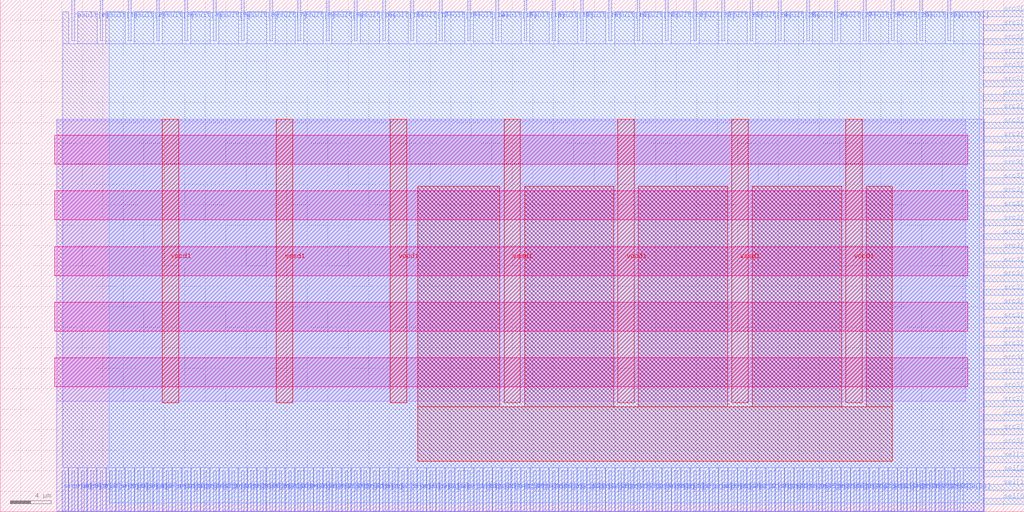
<source format=lef>
VERSION 5.7 ;
  NOWIREEXTENSIONATPIN ON ;
  DIVIDERCHAR "/" ;
  BUSBITCHARS "[]" ;
MACRO SEL_32x4
  CLASS BLOCK ;
  FOREIGN SEL_32x4 ;
  ORIGIN 0.000 0.000 ;
  SIZE 100.000 BY 50.000 ;
  PIN result[0]
    DIRECTION OUTPUT TRISTATE ;
    USE SIGNAL ;
    PORT
      LAYER met2 ;
        RECT 6.990 46.000 7.270 50.000 ;
    END
  END result[0]
  PIN result[10]
    DIRECTION OUTPUT TRISTATE ;
    USE SIGNAL ;
    PORT
      LAYER met2 ;
        RECT 34.590 46.000 34.870 50.000 ;
    END
  END result[10]
  PIN result[11]
    DIRECTION OUTPUT TRISTATE ;
    USE SIGNAL ;
    PORT
      LAYER met2 ;
        RECT 37.350 46.000 37.630 50.000 ;
    END
  END result[11]
  PIN result[12]
    DIRECTION OUTPUT TRISTATE ;
    USE SIGNAL ;
    PORT
      LAYER met2 ;
        RECT 40.110 46.000 40.390 50.000 ;
    END
  END result[12]
  PIN result[13]
    DIRECTION OUTPUT TRISTATE ;
    USE SIGNAL ;
    PORT
      LAYER met2 ;
        RECT 42.870 46.000 43.150 50.000 ;
    END
  END result[13]
  PIN result[14]
    DIRECTION OUTPUT TRISTATE ;
    USE SIGNAL ;
    PORT
      LAYER met2 ;
        RECT 45.630 46.000 45.910 50.000 ;
    END
  END result[14]
  PIN result[15]
    DIRECTION OUTPUT TRISTATE ;
    USE SIGNAL ;
    PORT
      LAYER met2 ;
        RECT 48.390 46.000 48.670 50.000 ;
    END
  END result[15]
  PIN result[16]
    DIRECTION OUTPUT TRISTATE ;
    USE SIGNAL ;
    PORT
      LAYER met2 ;
        RECT 51.150 46.000 51.430 50.000 ;
    END
  END result[16]
  PIN result[17]
    DIRECTION OUTPUT TRISTATE ;
    USE SIGNAL ;
    PORT
      LAYER met2 ;
        RECT 53.910 46.000 54.190 50.000 ;
    END
  END result[17]
  PIN result[18]
    DIRECTION OUTPUT TRISTATE ;
    USE SIGNAL ;
    PORT
      LAYER met2 ;
        RECT 56.670 46.000 56.950 50.000 ;
    END
  END result[18]
  PIN result[19]
    DIRECTION OUTPUT TRISTATE ;
    USE SIGNAL ;
    PORT
      LAYER met2 ;
        RECT 59.430 46.000 59.710 50.000 ;
    END
  END result[19]
  PIN result[1]
    DIRECTION OUTPUT TRISTATE ;
    USE SIGNAL ;
    PORT
      LAYER met2 ;
        RECT 9.750 46.000 10.030 50.000 ;
    END
  END result[1]
  PIN result[20]
    DIRECTION OUTPUT TRISTATE ;
    USE SIGNAL ;
    PORT
      LAYER met2 ;
        RECT 62.190 46.000 62.470 50.000 ;
    END
  END result[20]
  PIN result[21]
    DIRECTION OUTPUT TRISTATE ;
    USE SIGNAL ;
    PORT
      LAYER met2 ;
        RECT 64.950 46.000 65.230 50.000 ;
    END
  END result[21]
  PIN result[22]
    DIRECTION OUTPUT TRISTATE ;
    USE SIGNAL ;
    PORT
      LAYER met2 ;
        RECT 67.710 46.000 67.990 50.000 ;
    END
  END result[22]
  PIN result[23]
    DIRECTION OUTPUT TRISTATE ;
    USE SIGNAL ;
    PORT
      LAYER met2 ;
        RECT 70.470 46.000 70.750 50.000 ;
    END
  END result[23]
  PIN result[24]
    DIRECTION OUTPUT TRISTATE ;
    USE SIGNAL ;
    PORT
      LAYER met2 ;
        RECT 73.230 46.000 73.510 50.000 ;
    END
  END result[24]
  PIN result[25]
    DIRECTION OUTPUT TRISTATE ;
    USE SIGNAL ;
    PORT
      LAYER met2 ;
        RECT 75.990 46.000 76.270 50.000 ;
    END
  END result[25]
  PIN result[26]
    DIRECTION OUTPUT TRISTATE ;
    USE SIGNAL ;
    PORT
      LAYER met2 ;
        RECT 78.750 46.000 79.030 50.000 ;
    END
  END result[26]
  PIN result[27]
    DIRECTION OUTPUT TRISTATE ;
    USE SIGNAL ;
    PORT
      LAYER met2 ;
        RECT 81.510 46.000 81.790 50.000 ;
    END
  END result[27]
  PIN result[28]
    DIRECTION OUTPUT TRISTATE ;
    USE SIGNAL ;
    PORT
      LAYER met2 ;
        RECT 84.270 46.000 84.550 50.000 ;
    END
  END result[28]
  PIN result[29]
    DIRECTION OUTPUT TRISTATE ;
    USE SIGNAL ;
    PORT
      LAYER met2 ;
        RECT 87.030 46.000 87.310 50.000 ;
    END
  END result[29]
  PIN result[2]
    DIRECTION OUTPUT TRISTATE ;
    USE SIGNAL ;
    PORT
      LAYER met2 ;
        RECT 12.510 46.000 12.790 50.000 ;
    END
  END result[2]
  PIN result[30]
    DIRECTION OUTPUT TRISTATE ;
    USE SIGNAL ;
    PORT
      LAYER met2 ;
        RECT 89.790 46.000 90.070 50.000 ;
    END
  END result[30]
  PIN result[31]
    DIRECTION OUTPUT TRISTATE ;
    USE SIGNAL ;
    PORT
      LAYER met2 ;
        RECT 92.550 46.000 92.830 50.000 ;
    END
  END result[31]
  PIN result[3]
    DIRECTION OUTPUT TRISTATE ;
    USE SIGNAL ;
    PORT
      LAYER met2 ;
        RECT 15.270 46.000 15.550 50.000 ;
    END
  END result[3]
  PIN result[4]
    DIRECTION OUTPUT TRISTATE ;
    USE SIGNAL ;
    PORT
      LAYER met2 ;
        RECT 18.030 46.000 18.310 50.000 ;
    END
  END result[4]
  PIN result[5]
    DIRECTION OUTPUT TRISTATE ;
    USE SIGNAL ;
    PORT
      LAYER met2 ;
        RECT 20.790 46.000 21.070 50.000 ;
    END
  END result[5]
  PIN result[6]
    DIRECTION OUTPUT TRISTATE ;
    USE SIGNAL ;
    PORT
      LAYER met2 ;
        RECT 23.550 46.000 23.830 50.000 ;
    END
  END result[6]
  PIN result[7]
    DIRECTION OUTPUT TRISTATE ;
    USE SIGNAL ;
    PORT
      LAYER met2 ;
        RECT 26.310 46.000 26.590 50.000 ;
    END
  END result[7]
  PIN result[8]
    DIRECTION OUTPUT TRISTATE ;
    USE SIGNAL ;
    PORT
      LAYER met2 ;
        RECT 29.070 46.000 29.350 50.000 ;
    END
  END result[8]
  PIN result[9]
    DIRECTION OUTPUT TRISTATE ;
    USE SIGNAL ;
    PORT
      LAYER met2 ;
        RECT 31.830 46.000 32.110 50.000 ;
    END
  END result[9]
  PIN sel[0]
    DIRECTION INPUT ;
    USE SIGNAL ;
    PORT
      LAYER met3 ;
        RECT 96.000 0.720 100.000 1.320 ;
    END
  END sel[0]
  PIN sel[1]
    DIRECTION INPUT ;
    USE SIGNAL ;
    PORT
      LAYER met3 ;
        RECT 96.000 2.080 100.000 2.680 ;
    END
  END sel[1]
  PIN sel[2]
    DIRECTION INPUT ;
    USE SIGNAL ;
    PORT
      LAYER met3 ;
        RECT 96.000 3.440 100.000 4.040 ;
    END
  END sel[2]
  PIN sel[3]
    DIRECTION INPUT ;
    USE SIGNAL ;
    PORT
      LAYER met3 ;
        RECT 96.000 4.800 100.000 5.400 ;
    END
  END sel[3]
  PIN src0[0]
    DIRECTION INPUT ;
    USE SIGNAL ;
    PORT
      LAYER met2 ;
        RECT 6.070 0.000 6.350 4.000 ;
    END
  END src0[0]
  PIN src0[10]
    DIRECTION INPUT ;
    USE SIGNAL ;
    PORT
      LAYER met2 ;
        RECT 15.270 0.000 15.550 4.000 ;
    END
  END src0[10]
  PIN src0[11]
    DIRECTION INPUT ;
    USE SIGNAL ;
    PORT
      LAYER met2 ;
        RECT 16.190 0.000 16.470 4.000 ;
    END
  END src0[11]
  PIN src0[12]
    DIRECTION INPUT ;
    USE SIGNAL ;
    PORT
      LAYER met2 ;
        RECT 17.110 0.000 17.390 4.000 ;
    END
  END src0[12]
  PIN src0[13]
    DIRECTION INPUT ;
    USE SIGNAL ;
    PORT
      LAYER met2 ;
        RECT 18.030 0.000 18.310 4.000 ;
    END
  END src0[13]
  PIN src0[14]
    DIRECTION INPUT ;
    USE SIGNAL ;
    PORT
      LAYER met2 ;
        RECT 18.950 0.000 19.230 4.000 ;
    END
  END src0[14]
  PIN src0[15]
    DIRECTION INPUT ;
    USE SIGNAL ;
    PORT
      LAYER met2 ;
        RECT 19.870 0.000 20.150 4.000 ;
    END
  END src0[15]
  PIN src0[16]
    DIRECTION INPUT ;
    USE SIGNAL ;
    PORT
      LAYER met2 ;
        RECT 20.790 0.000 21.070 4.000 ;
    END
  END src0[16]
  PIN src0[17]
    DIRECTION INPUT ;
    USE SIGNAL ;
    PORT
      LAYER met2 ;
        RECT 21.710 0.000 21.990 4.000 ;
    END
  END src0[17]
  PIN src0[18]
    DIRECTION INPUT ;
    USE SIGNAL ;
    PORT
      LAYER met2 ;
        RECT 22.630 0.000 22.910 4.000 ;
    END
  END src0[18]
  PIN src0[19]
    DIRECTION INPUT ;
    USE SIGNAL ;
    PORT
      LAYER met2 ;
        RECT 23.550 0.000 23.830 4.000 ;
    END
  END src0[19]
  PIN src0[1]
    DIRECTION INPUT ;
    USE SIGNAL ;
    PORT
      LAYER met2 ;
        RECT 6.990 0.000 7.270 4.000 ;
    END
  END src0[1]
  PIN src0[20]
    DIRECTION INPUT ;
    USE SIGNAL ;
    PORT
      LAYER met2 ;
        RECT 24.470 0.000 24.750 4.000 ;
    END
  END src0[20]
  PIN src0[21]
    DIRECTION INPUT ;
    USE SIGNAL ;
    PORT
      LAYER met2 ;
        RECT 25.390 0.000 25.670 4.000 ;
    END
  END src0[21]
  PIN src0[22]
    DIRECTION INPUT ;
    USE SIGNAL ;
    PORT
      LAYER met2 ;
        RECT 26.310 0.000 26.590 4.000 ;
    END
  END src0[22]
  PIN src0[23]
    DIRECTION INPUT ;
    USE SIGNAL ;
    PORT
      LAYER met2 ;
        RECT 27.230 0.000 27.510 4.000 ;
    END
  END src0[23]
  PIN src0[24]
    DIRECTION INPUT ;
    USE SIGNAL ;
    PORT
      LAYER met2 ;
        RECT 28.150 0.000 28.430 4.000 ;
    END
  END src0[24]
  PIN src0[25]
    DIRECTION INPUT ;
    USE SIGNAL ;
    PORT
      LAYER met2 ;
        RECT 29.070 0.000 29.350 4.000 ;
    END
  END src0[25]
  PIN src0[26]
    DIRECTION INPUT ;
    USE SIGNAL ;
    PORT
      LAYER met2 ;
        RECT 29.990 0.000 30.270 4.000 ;
    END
  END src0[26]
  PIN src0[27]
    DIRECTION INPUT ;
    USE SIGNAL ;
    PORT
      LAYER met2 ;
        RECT 30.910 0.000 31.190 4.000 ;
    END
  END src0[27]
  PIN src0[28]
    DIRECTION INPUT ;
    USE SIGNAL ;
    PORT
      LAYER met2 ;
        RECT 31.830 0.000 32.110 4.000 ;
    END
  END src0[28]
  PIN src0[29]
    DIRECTION INPUT ;
    USE SIGNAL ;
    PORT
      LAYER met2 ;
        RECT 32.750 0.000 33.030 4.000 ;
    END
  END src0[29]
  PIN src0[2]
    DIRECTION INPUT ;
    USE SIGNAL ;
    PORT
      LAYER met2 ;
        RECT 7.910 0.000 8.190 4.000 ;
    END
  END src0[2]
  PIN src0[30]
    DIRECTION INPUT ;
    USE SIGNAL ;
    PORT
      LAYER met2 ;
        RECT 33.670 0.000 33.950 4.000 ;
    END
  END src0[30]
  PIN src0[31]
    DIRECTION INPUT ;
    USE SIGNAL ;
    PORT
      LAYER met2 ;
        RECT 34.590 0.000 34.870 4.000 ;
    END
  END src0[31]
  PIN src0[3]
    DIRECTION INPUT ;
    USE SIGNAL ;
    PORT
      LAYER met2 ;
        RECT 8.830 0.000 9.110 4.000 ;
    END
  END src0[3]
  PIN src0[4]
    DIRECTION INPUT ;
    USE SIGNAL ;
    PORT
      LAYER met2 ;
        RECT 9.750 0.000 10.030 4.000 ;
    END
  END src0[4]
  PIN src0[5]
    DIRECTION INPUT ;
    USE SIGNAL ;
    PORT
      LAYER met2 ;
        RECT 10.670 0.000 10.950 4.000 ;
    END
  END src0[5]
  PIN src0[6]
    DIRECTION INPUT ;
    USE SIGNAL ;
    PORT
      LAYER met2 ;
        RECT 11.590 0.000 11.870 4.000 ;
    END
  END src0[6]
  PIN src0[7]
    DIRECTION INPUT ;
    USE SIGNAL ;
    PORT
      LAYER met2 ;
        RECT 12.510 0.000 12.790 4.000 ;
    END
  END src0[7]
  PIN src0[8]
    DIRECTION INPUT ;
    USE SIGNAL ;
    PORT
      LAYER met2 ;
        RECT 13.430 0.000 13.710 4.000 ;
    END
  END src0[8]
  PIN src0[9]
    DIRECTION INPUT ;
    USE SIGNAL ;
    PORT
      LAYER met2 ;
        RECT 14.350 0.000 14.630 4.000 ;
    END
  END src0[9]
  PIN src1[0]
    DIRECTION INPUT ;
    USE SIGNAL ;
    PORT
      LAYER met2 ;
        RECT 35.510 0.000 35.790 4.000 ;
    END
  END src1[0]
  PIN src1[10]
    DIRECTION INPUT ;
    USE SIGNAL ;
    PORT
      LAYER met2 ;
        RECT 44.710 0.000 44.990 4.000 ;
    END
  END src1[10]
  PIN src1[11]
    DIRECTION INPUT ;
    USE SIGNAL ;
    PORT
      LAYER met2 ;
        RECT 45.630 0.000 45.910 4.000 ;
    END
  END src1[11]
  PIN src1[12]
    DIRECTION INPUT ;
    USE SIGNAL ;
    PORT
      LAYER met2 ;
        RECT 46.550 0.000 46.830 4.000 ;
    END
  END src1[12]
  PIN src1[13]
    DIRECTION INPUT ;
    USE SIGNAL ;
    PORT
      LAYER met2 ;
        RECT 47.470 0.000 47.750 4.000 ;
    END
  END src1[13]
  PIN src1[14]
    DIRECTION INPUT ;
    USE SIGNAL ;
    PORT
      LAYER met2 ;
        RECT 48.390 0.000 48.670 4.000 ;
    END
  END src1[14]
  PIN src1[15]
    DIRECTION INPUT ;
    USE SIGNAL ;
    PORT
      LAYER met2 ;
        RECT 49.310 0.000 49.590 4.000 ;
    END
  END src1[15]
  PIN src1[16]
    DIRECTION INPUT ;
    USE SIGNAL ;
    PORT
      LAYER met2 ;
        RECT 50.230 0.000 50.510 4.000 ;
    END
  END src1[16]
  PIN src1[17]
    DIRECTION INPUT ;
    USE SIGNAL ;
    PORT
      LAYER met2 ;
        RECT 51.150 0.000 51.430 4.000 ;
    END
  END src1[17]
  PIN src1[18]
    DIRECTION INPUT ;
    USE SIGNAL ;
    PORT
      LAYER met2 ;
        RECT 52.070 0.000 52.350 4.000 ;
    END
  END src1[18]
  PIN src1[19]
    DIRECTION INPUT ;
    USE SIGNAL ;
    PORT
      LAYER met2 ;
        RECT 52.990 0.000 53.270 4.000 ;
    END
  END src1[19]
  PIN src1[1]
    DIRECTION INPUT ;
    USE SIGNAL ;
    PORT
      LAYER met2 ;
        RECT 36.430 0.000 36.710 4.000 ;
    END
  END src1[1]
  PIN src1[20]
    DIRECTION INPUT ;
    USE SIGNAL ;
    PORT
      LAYER met2 ;
        RECT 53.910 0.000 54.190 4.000 ;
    END
  END src1[20]
  PIN src1[21]
    DIRECTION INPUT ;
    USE SIGNAL ;
    PORT
      LAYER met2 ;
        RECT 54.830 0.000 55.110 4.000 ;
    END
  END src1[21]
  PIN src1[22]
    DIRECTION INPUT ;
    USE SIGNAL ;
    PORT
      LAYER met2 ;
        RECT 55.750 0.000 56.030 4.000 ;
    END
  END src1[22]
  PIN src1[23]
    DIRECTION INPUT ;
    USE SIGNAL ;
    PORT
      LAYER met2 ;
        RECT 56.670 0.000 56.950 4.000 ;
    END
  END src1[23]
  PIN src1[24]
    DIRECTION INPUT ;
    USE SIGNAL ;
    PORT
      LAYER met2 ;
        RECT 57.590 0.000 57.870 4.000 ;
    END
  END src1[24]
  PIN src1[25]
    DIRECTION INPUT ;
    USE SIGNAL ;
    PORT
      LAYER met2 ;
        RECT 58.510 0.000 58.790 4.000 ;
    END
  END src1[25]
  PIN src1[26]
    DIRECTION INPUT ;
    USE SIGNAL ;
    PORT
      LAYER met2 ;
        RECT 59.430 0.000 59.710 4.000 ;
    END
  END src1[26]
  PIN src1[27]
    DIRECTION INPUT ;
    USE SIGNAL ;
    PORT
      LAYER met2 ;
        RECT 60.350 0.000 60.630 4.000 ;
    END
  END src1[27]
  PIN src1[28]
    DIRECTION INPUT ;
    USE SIGNAL ;
    PORT
      LAYER met2 ;
        RECT 61.270 0.000 61.550 4.000 ;
    END
  END src1[28]
  PIN src1[29]
    DIRECTION INPUT ;
    USE SIGNAL ;
    PORT
      LAYER met2 ;
        RECT 62.190 0.000 62.470 4.000 ;
    END
  END src1[29]
  PIN src1[2]
    DIRECTION INPUT ;
    USE SIGNAL ;
    PORT
      LAYER met2 ;
        RECT 37.350 0.000 37.630 4.000 ;
    END
  END src1[2]
  PIN src1[30]
    DIRECTION INPUT ;
    USE SIGNAL ;
    PORT
      LAYER met2 ;
        RECT 63.110 0.000 63.390 4.000 ;
    END
  END src1[30]
  PIN src1[31]
    DIRECTION INPUT ;
    USE SIGNAL ;
    PORT
      LAYER met2 ;
        RECT 64.030 0.000 64.310 4.000 ;
    END
  END src1[31]
  PIN src1[3]
    DIRECTION INPUT ;
    USE SIGNAL ;
    PORT
      LAYER met2 ;
        RECT 38.270 0.000 38.550 4.000 ;
    END
  END src1[3]
  PIN src1[4]
    DIRECTION INPUT ;
    USE SIGNAL ;
    PORT
      LAYER met2 ;
        RECT 39.190 0.000 39.470 4.000 ;
    END
  END src1[4]
  PIN src1[5]
    DIRECTION INPUT ;
    USE SIGNAL ;
    PORT
      LAYER met2 ;
        RECT 40.110 0.000 40.390 4.000 ;
    END
  END src1[5]
  PIN src1[6]
    DIRECTION INPUT ;
    USE SIGNAL ;
    PORT
      LAYER met2 ;
        RECT 41.030 0.000 41.310 4.000 ;
    END
  END src1[6]
  PIN src1[7]
    DIRECTION INPUT ;
    USE SIGNAL ;
    PORT
      LAYER met2 ;
        RECT 41.950 0.000 42.230 4.000 ;
    END
  END src1[7]
  PIN src1[8]
    DIRECTION INPUT ;
    USE SIGNAL ;
    PORT
      LAYER met2 ;
        RECT 42.870 0.000 43.150 4.000 ;
    END
  END src1[8]
  PIN src1[9]
    DIRECTION INPUT ;
    USE SIGNAL ;
    PORT
      LAYER met2 ;
        RECT 43.790 0.000 44.070 4.000 ;
    END
  END src1[9]
  PIN src2[0]
    DIRECTION INPUT ;
    USE SIGNAL ;
    PORT
      LAYER met2 ;
        RECT 64.950 0.000 65.230 4.000 ;
    END
  END src2[0]
  PIN src2[10]
    DIRECTION INPUT ;
    USE SIGNAL ;
    PORT
      LAYER met2 ;
        RECT 74.150 0.000 74.430 4.000 ;
    END
  END src2[10]
  PIN src2[11]
    DIRECTION INPUT ;
    USE SIGNAL ;
    PORT
      LAYER met2 ;
        RECT 75.070 0.000 75.350 4.000 ;
    END
  END src2[11]
  PIN src2[12]
    DIRECTION INPUT ;
    USE SIGNAL ;
    PORT
      LAYER met2 ;
        RECT 75.990 0.000 76.270 4.000 ;
    END
  END src2[12]
  PIN src2[13]
    DIRECTION INPUT ;
    USE SIGNAL ;
    PORT
      LAYER met2 ;
        RECT 76.910 0.000 77.190 4.000 ;
    END
  END src2[13]
  PIN src2[14]
    DIRECTION INPUT ;
    USE SIGNAL ;
    PORT
      LAYER met2 ;
        RECT 77.830 0.000 78.110 4.000 ;
    END
  END src2[14]
  PIN src2[15]
    DIRECTION INPUT ;
    USE SIGNAL ;
    PORT
      LAYER met2 ;
        RECT 78.750 0.000 79.030 4.000 ;
    END
  END src2[15]
  PIN src2[16]
    DIRECTION INPUT ;
    USE SIGNAL ;
    PORT
      LAYER met2 ;
        RECT 79.670 0.000 79.950 4.000 ;
    END
  END src2[16]
  PIN src2[17]
    DIRECTION INPUT ;
    USE SIGNAL ;
    PORT
      LAYER met2 ;
        RECT 80.590 0.000 80.870 4.000 ;
    END
  END src2[17]
  PIN src2[18]
    DIRECTION INPUT ;
    USE SIGNAL ;
    PORT
      LAYER met2 ;
        RECT 81.510 0.000 81.790 4.000 ;
    END
  END src2[18]
  PIN src2[19]
    DIRECTION INPUT ;
    USE SIGNAL ;
    PORT
      LAYER met2 ;
        RECT 82.430 0.000 82.710 4.000 ;
    END
  END src2[19]
  PIN src2[1]
    DIRECTION INPUT ;
    USE SIGNAL ;
    PORT
      LAYER met2 ;
        RECT 65.870 0.000 66.150 4.000 ;
    END
  END src2[1]
  PIN src2[20]
    DIRECTION INPUT ;
    USE SIGNAL ;
    PORT
      LAYER met2 ;
        RECT 83.350 0.000 83.630 4.000 ;
    END
  END src2[20]
  PIN src2[21]
    DIRECTION INPUT ;
    USE SIGNAL ;
    PORT
      LAYER met2 ;
        RECT 84.270 0.000 84.550 4.000 ;
    END
  END src2[21]
  PIN src2[22]
    DIRECTION INPUT ;
    USE SIGNAL ;
    PORT
      LAYER met2 ;
        RECT 85.190 0.000 85.470 4.000 ;
    END
  END src2[22]
  PIN src2[23]
    DIRECTION INPUT ;
    USE SIGNAL ;
    PORT
      LAYER met2 ;
        RECT 86.110 0.000 86.390 4.000 ;
    END
  END src2[23]
  PIN src2[24]
    DIRECTION INPUT ;
    USE SIGNAL ;
    PORT
      LAYER met2 ;
        RECT 87.030 0.000 87.310 4.000 ;
    END
  END src2[24]
  PIN src2[25]
    DIRECTION INPUT ;
    USE SIGNAL ;
    PORT
      LAYER met2 ;
        RECT 87.950 0.000 88.230 4.000 ;
    END
  END src2[25]
  PIN src2[26]
    DIRECTION INPUT ;
    USE SIGNAL ;
    PORT
      LAYER met2 ;
        RECT 88.870 0.000 89.150 4.000 ;
    END
  END src2[26]
  PIN src2[27]
    DIRECTION INPUT ;
    USE SIGNAL ;
    PORT
      LAYER met2 ;
        RECT 89.790 0.000 90.070 4.000 ;
    END
  END src2[27]
  PIN src2[28]
    DIRECTION INPUT ;
    USE SIGNAL ;
    PORT
      LAYER met2 ;
        RECT 90.710 0.000 90.990 4.000 ;
    END
  END src2[28]
  PIN src2[29]
    DIRECTION INPUT ;
    USE SIGNAL ;
    PORT
      LAYER met2 ;
        RECT 91.630 0.000 91.910 4.000 ;
    END
  END src2[29]
  PIN src2[2]
    DIRECTION INPUT ;
    USE SIGNAL ;
    PORT
      LAYER met2 ;
        RECT 66.790 0.000 67.070 4.000 ;
    END
  END src2[2]
  PIN src2[30]
    DIRECTION INPUT ;
    USE SIGNAL ;
    PORT
      LAYER met2 ;
        RECT 92.550 0.000 92.830 4.000 ;
    END
  END src2[30]
  PIN src2[31]
    DIRECTION INPUT ;
    USE SIGNAL ;
    PORT
      LAYER met2 ;
        RECT 93.470 0.000 93.750 4.000 ;
    END
  END src2[31]
  PIN src2[3]
    DIRECTION INPUT ;
    USE SIGNAL ;
    PORT
      LAYER met2 ;
        RECT 67.710 0.000 67.990 4.000 ;
    END
  END src2[3]
  PIN src2[4]
    DIRECTION INPUT ;
    USE SIGNAL ;
    PORT
      LAYER met2 ;
        RECT 68.630 0.000 68.910 4.000 ;
    END
  END src2[4]
  PIN src2[5]
    DIRECTION INPUT ;
    USE SIGNAL ;
    PORT
      LAYER met2 ;
        RECT 69.550 0.000 69.830 4.000 ;
    END
  END src2[5]
  PIN src2[6]
    DIRECTION INPUT ;
    USE SIGNAL ;
    PORT
      LAYER met2 ;
        RECT 70.470 0.000 70.750 4.000 ;
    END
  END src2[6]
  PIN src2[7]
    DIRECTION INPUT ;
    USE SIGNAL ;
    PORT
      LAYER met2 ;
        RECT 71.390 0.000 71.670 4.000 ;
    END
  END src2[7]
  PIN src2[8]
    DIRECTION INPUT ;
    USE SIGNAL ;
    PORT
      LAYER met2 ;
        RECT 72.310 0.000 72.590 4.000 ;
    END
  END src2[8]
  PIN src2[9]
    DIRECTION INPUT ;
    USE SIGNAL ;
    PORT
      LAYER met2 ;
        RECT 73.230 0.000 73.510 4.000 ;
    END
  END src2[9]
  PIN src3[0]
    DIRECTION INPUT ;
    USE SIGNAL ;
    PORT
      LAYER met3 ;
        RECT 96.000 6.160 100.000 6.760 ;
    END
  END src3[0]
  PIN src3[10]
    DIRECTION INPUT ;
    USE SIGNAL ;
    PORT
      LAYER met3 ;
        RECT 96.000 19.760 100.000 20.360 ;
    END
  END src3[10]
  PIN src3[11]
    DIRECTION INPUT ;
    USE SIGNAL ;
    PORT
      LAYER met3 ;
        RECT 96.000 21.120 100.000 21.720 ;
    END
  END src3[11]
  PIN src3[12]
    DIRECTION INPUT ;
    USE SIGNAL ;
    PORT
      LAYER met3 ;
        RECT 96.000 22.480 100.000 23.080 ;
    END
  END src3[12]
  PIN src3[13]
    DIRECTION INPUT ;
    USE SIGNAL ;
    PORT
      LAYER met3 ;
        RECT 96.000 23.840 100.000 24.440 ;
    END
  END src3[13]
  PIN src3[14]
    DIRECTION INPUT ;
    USE SIGNAL ;
    PORT
      LAYER met3 ;
        RECT 96.000 25.200 100.000 25.800 ;
    END
  END src3[14]
  PIN src3[15]
    DIRECTION INPUT ;
    USE SIGNAL ;
    PORT
      LAYER met3 ;
        RECT 96.000 26.560 100.000 27.160 ;
    END
  END src3[15]
  PIN src3[16]
    DIRECTION INPUT ;
    USE SIGNAL ;
    PORT
      LAYER met3 ;
        RECT 96.000 27.920 100.000 28.520 ;
    END
  END src3[16]
  PIN src3[17]
    DIRECTION INPUT ;
    USE SIGNAL ;
    PORT
      LAYER met3 ;
        RECT 96.000 29.280 100.000 29.880 ;
    END
  END src3[17]
  PIN src3[18]
    DIRECTION INPUT ;
    USE SIGNAL ;
    PORT
      LAYER met3 ;
        RECT 96.000 30.640 100.000 31.240 ;
    END
  END src3[18]
  PIN src3[19]
    DIRECTION INPUT ;
    USE SIGNAL ;
    PORT
      LAYER met3 ;
        RECT 96.000 32.000 100.000 32.600 ;
    END
  END src3[19]
  PIN src3[1]
    DIRECTION INPUT ;
    USE SIGNAL ;
    PORT
      LAYER met3 ;
        RECT 96.000 7.520 100.000 8.120 ;
    END
  END src3[1]
  PIN src3[20]
    DIRECTION INPUT ;
    USE SIGNAL ;
    PORT
      LAYER met3 ;
        RECT 96.000 33.360 100.000 33.960 ;
    END
  END src3[20]
  PIN src3[21]
    DIRECTION INPUT ;
    USE SIGNAL ;
    PORT
      LAYER met3 ;
        RECT 96.000 34.720 100.000 35.320 ;
    END
  END src3[21]
  PIN src3[22]
    DIRECTION INPUT ;
    USE SIGNAL ;
    PORT
      LAYER met3 ;
        RECT 96.000 36.080 100.000 36.680 ;
    END
  END src3[22]
  PIN src3[23]
    DIRECTION INPUT ;
    USE SIGNAL ;
    PORT
      LAYER met3 ;
        RECT 96.000 37.440 100.000 38.040 ;
    END
  END src3[23]
  PIN src3[24]
    DIRECTION INPUT ;
    USE SIGNAL ;
    PORT
      LAYER met3 ;
        RECT 96.000 38.800 100.000 39.400 ;
    END
  END src3[24]
  PIN src3[25]
    DIRECTION INPUT ;
    USE SIGNAL ;
    PORT
      LAYER met3 ;
        RECT 96.000 40.160 100.000 40.760 ;
    END
  END src3[25]
  PIN src3[26]
    DIRECTION INPUT ;
    USE SIGNAL ;
    PORT
      LAYER met3 ;
        RECT 96.000 41.520 100.000 42.120 ;
    END
  END src3[26]
  PIN src3[27]
    DIRECTION INPUT ;
    USE SIGNAL ;
    PORT
      LAYER met3 ;
        RECT 96.000 42.880 100.000 43.480 ;
    END
  END src3[27]
  PIN src3[28]
    DIRECTION INPUT ;
    USE SIGNAL ;
    PORT
      LAYER met3 ;
        RECT 96.000 44.240 100.000 44.840 ;
    END
  END src3[28]
  PIN src3[29]
    DIRECTION INPUT ;
    USE SIGNAL ;
    PORT
      LAYER met3 ;
        RECT 96.000 45.600 100.000 46.200 ;
    END
  END src3[29]
  PIN src3[2]
    DIRECTION INPUT ;
    USE SIGNAL ;
    PORT
      LAYER met3 ;
        RECT 96.000 8.880 100.000 9.480 ;
    END
  END src3[2]
  PIN src3[30]
    DIRECTION INPUT ;
    USE SIGNAL ;
    PORT
      LAYER met3 ;
        RECT 96.000 46.960 100.000 47.560 ;
    END
  END src3[30]
  PIN src3[31]
    DIRECTION INPUT ;
    USE SIGNAL ;
    PORT
      LAYER met3 ;
        RECT 96.000 48.320 100.000 48.920 ;
    END
  END src3[31]
  PIN src3[3]
    DIRECTION INPUT ;
    USE SIGNAL ;
    PORT
      LAYER met3 ;
        RECT 96.000 10.240 100.000 10.840 ;
    END
  END src3[3]
  PIN src3[4]
    DIRECTION INPUT ;
    USE SIGNAL ;
    PORT
      LAYER met3 ;
        RECT 96.000 11.600 100.000 12.200 ;
    END
  END src3[4]
  PIN src3[5]
    DIRECTION INPUT ;
    USE SIGNAL ;
    PORT
      LAYER met3 ;
        RECT 96.000 12.960 100.000 13.560 ;
    END
  END src3[5]
  PIN src3[6]
    DIRECTION INPUT ;
    USE SIGNAL ;
    PORT
      LAYER met3 ;
        RECT 96.000 14.320 100.000 14.920 ;
    END
  END src3[6]
  PIN src3[7]
    DIRECTION INPUT ;
    USE SIGNAL ;
    PORT
      LAYER met3 ;
        RECT 96.000 15.680 100.000 16.280 ;
    END
  END src3[7]
  PIN src3[8]
    DIRECTION INPUT ;
    USE SIGNAL ;
    PORT
      LAYER met3 ;
        RECT 96.000 17.040 100.000 17.640 ;
    END
  END src3[8]
  PIN src3[9]
    DIRECTION INPUT ;
    USE SIGNAL ;
    PORT
      LAYER met3 ;
        RECT 96.000 18.400 100.000 19.000 ;
    END
  END src3[9]
  PIN vccd1
    DIRECTION INOUT ;
    USE POWER ;
    PORT
      LAYER met4 ;
        RECT 15.840 10.640 17.440 38.320 ;
    END
    PORT
      LAYER met4 ;
        RECT 38.080 10.640 39.680 38.320 ;
    END
    PORT
      LAYER met4 ;
        RECT 60.320 10.640 61.920 38.320 ;
    END
    PORT
      LAYER met4 ;
        RECT 82.560 10.640 84.160 38.320 ;
    END
  END vccd1
  PIN vssd1
    DIRECTION INOUT ;
    USE GROUND ;
    PORT
      LAYER met4 ;
        RECT 26.960 10.640 28.560 38.320 ;
    END
    PORT
      LAYER met4 ;
        RECT 49.200 10.640 50.800 38.320 ;
    END
    PORT
      LAYER met4 ;
        RECT 71.440 10.640 73.040 38.320 ;
    END
  END vssd1
  OBS
      LAYER nwell ;
        RECT 5.330 33.945 94.490 36.775 ;
        RECT 5.330 28.505 94.490 31.335 ;
        RECT 5.330 23.065 94.490 25.895 ;
        RECT 5.330 17.625 94.490 20.455 ;
        RECT 5.330 12.185 94.490 15.015 ;
      LAYER li1 ;
        RECT 5.520 10.795 94.300 38.165 ;
      LAYER met1 ;
        RECT 5.520 0.040 96.070 38.320 ;
      LAYER met2 ;
        RECT 6.080 45.720 6.710 48.805 ;
        RECT 7.550 45.720 9.470 48.805 ;
        RECT 10.310 45.720 12.230 48.805 ;
        RECT 13.070 45.720 14.990 48.805 ;
        RECT 15.830 45.720 17.750 48.805 ;
        RECT 18.590 45.720 20.510 48.805 ;
        RECT 21.350 45.720 23.270 48.805 ;
        RECT 24.110 45.720 26.030 48.805 ;
        RECT 26.870 45.720 28.790 48.805 ;
        RECT 29.630 45.720 31.550 48.805 ;
        RECT 32.390 45.720 34.310 48.805 ;
        RECT 35.150 45.720 37.070 48.805 ;
        RECT 37.910 45.720 39.830 48.805 ;
        RECT 40.670 45.720 42.590 48.805 ;
        RECT 43.430 45.720 45.350 48.805 ;
        RECT 46.190 45.720 48.110 48.805 ;
        RECT 48.950 45.720 50.870 48.805 ;
        RECT 51.710 45.720 53.630 48.805 ;
        RECT 54.470 45.720 56.390 48.805 ;
        RECT 57.230 45.720 59.150 48.805 ;
        RECT 59.990 45.720 61.910 48.805 ;
        RECT 62.750 45.720 64.670 48.805 ;
        RECT 65.510 45.720 67.430 48.805 ;
        RECT 68.270 45.720 70.190 48.805 ;
        RECT 71.030 45.720 72.950 48.805 ;
        RECT 73.790 45.720 75.710 48.805 ;
        RECT 76.550 45.720 78.470 48.805 ;
        RECT 79.310 45.720 81.230 48.805 ;
        RECT 82.070 45.720 83.990 48.805 ;
        RECT 84.830 45.720 86.750 48.805 ;
        RECT 87.590 45.720 89.510 48.805 ;
        RECT 90.350 45.720 92.270 48.805 ;
        RECT 93.110 45.720 96.040 48.805 ;
        RECT 6.080 4.280 96.040 45.720 ;
        RECT 6.630 0.010 6.710 4.280 ;
        RECT 7.550 0.010 7.630 4.280 ;
        RECT 8.470 0.010 8.550 4.280 ;
        RECT 9.390 0.010 9.470 4.280 ;
        RECT 10.310 0.010 10.390 4.280 ;
        RECT 11.230 0.010 11.310 4.280 ;
        RECT 12.150 0.010 12.230 4.280 ;
        RECT 13.070 0.010 13.150 4.280 ;
        RECT 13.990 0.010 14.070 4.280 ;
        RECT 14.910 0.010 14.990 4.280 ;
        RECT 15.830 0.010 15.910 4.280 ;
        RECT 16.750 0.010 16.830 4.280 ;
        RECT 17.670 0.010 17.750 4.280 ;
        RECT 18.590 0.010 18.670 4.280 ;
        RECT 19.510 0.010 19.590 4.280 ;
        RECT 20.430 0.010 20.510 4.280 ;
        RECT 21.350 0.010 21.430 4.280 ;
        RECT 22.270 0.010 22.350 4.280 ;
        RECT 23.190 0.010 23.270 4.280 ;
        RECT 24.110 0.010 24.190 4.280 ;
        RECT 25.030 0.010 25.110 4.280 ;
        RECT 25.950 0.010 26.030 4.280 ;
        RECT 26.870 0.010 26.950 4.280 ;
        RECT 27.790 0.010 27.870 4.280 ;
        RECT 28.710 0.010 28.790 4.280 ;
        RECT 29.630 0.010 29.710 4.280 ;
        RECT 30.550 0.010 30.630 4.280 ;
        RECT 31.470 0.010 31.550 4.280 ;
        RECT 32.390 0.010 32.470 4.280 ;
        RECT 33.310 0.010 33.390 4.280 ;
        RECT 34.230 0.010 34.310 4.280 ;
        RECT 35.150 0.010 35.230 4.280 ;
        RECT 36.070 0.010 36.150 4.280 ;
        RECT 36.990 0.010 37.070 4.280 ;
        RECT 37.910 0.010 37.990 4.280 ;
        RECT 38.830 0.010 38.910 4.280 ;
        RECT 39.750 0.010 39.830 4.280 ;
        RECT 40.670 0.010 40.750 4.280 ;
        RECT 41.590 0.010 41.670 4.280 ;
        RECT 42.510 0.010 42.590 4.280 ;
        RECT 43.430 0.010 43.510 4.280 ;
        RECT 44.350 0.010 44.430 4.280 ;
        RECT 45.270 0.010 45.350 4.280 ;
        RECT 46.190 0.010 46.270 4.280 ;
        RECT 47.110 0.010 47.190 4.280 ;
        RECT 48.030 0.010 48.110 4.280 ;
        RECT 48.950 0.010 49.030 4.280 ;
        RECT 49.870 0.010 49.950 4.280 ;
        RECT 50.790 0.010 50.870 4.280 ;
        RECT 51.710 0.010 51.790 4.280 ;
        RECT 52.630 0.010 52.710 4.280 ;
        RECT 53.550 0.010 53.630 4.280 ;
        RECT 54.470 0.010 54.550 4.280 ;
        RECT 55.390 0.010 55.470 4.280 ;
        RECT 56.310 0.010 56.390 4.280 ;
        RECT 57.230 0.010 57.310 4.280 ;
        RECT 58.150 0.010 58.230 4.280 ;
        RECT 59.070 0.010 59.150 4.280 ;
        RECT 59.990 0.010 60.070 4.280 ;
        RECT 60.910 0.010 60.990 4.280 ;
        RECT 61.830 0.010 61.910 4.280 ;
        RECT 62.750 0.010 62.830 4.280 ;
        RECT 63.670 0.010 63.750 4.280 ;
        RECT 64.590 0.010 64.670 4.280 ;
        RECT 65.510 0.010 65.590 4.280 ;
        RECT 66.430 0.010 66.510 4.280 ;
        RECT 67.350 0.010 67.430 4.280 ;
        RECT 68.270 0.010 68.350 4.280 ;
        RECT 69.190 0.010 69.270 4.280 ;
        RECT 70.110 0.010 70.190 4.280 ;
        RECT 71.030 0.010 71.110 4.280 ;
        RECT 71.950 0.010 72.030 4.280 ;
        RECT 72.870 0.010 72.950 4.280 ;
        RECT 73.790 0.010 73.870 4.280 ;
        RECT 74.710 0.010 74.790 4.280 ;
        RECT 75.630 0.010 75.710 4.280 ;
        RECT 76.550 0.010 76.630 4.280 ;
        RECT 77.470 0.010 77.550 4.280 ;
        RECT 78.390 0.010 78.470 4.280 ;
        RECT 79.310 0.010 79.390 4.280 ;
        RECT 80.230 0.010 80.310 4.280 ;
        RECT 81.150 0.010 81.230 4.280 ;
        RECT 82.070 0.010 82.150 4.280 ;
        RECT 82.990 0.010 83.070 4.280 ;
        RECT 83.910 0.010 83.990 4.280 ;
        RECT 84.830 0.010 84.910 4.280 ;
        RECT 85.750 0.010 85.830 4.280 ;
        RECT 86.670 0.010 86.750 4.280 ;
        RECT 87.590 0.010 87.670 4.280 ;
        RECT 88.510 0.010 88.590 4.280 ;
        RECT 89.430 0.010 89.510 4.280 ;
        RECT 90.350 0.010 90.430 4.280 ;
        RECT 91.270 0.010 91.350 4.280 ;
        RECT 92.190 0.010 92.270 4.280 ;
        RECT 93.110 0.010 93.190 4.280 ;
        RECT 94.030 0.010 96.040 4.280 ;
      LAYER met3 ;
        RECT 10.645 0.855 95.600 48.785 ;
      LAYER met4 ;
        RECT 40.775 10.240 48.800 31.785 ;
        RECT 51.200 10.240 59.920 31.785 ;
        RECT 62.320 10.240 71.040 31.785 ;
        RECT 73.440 10.240 82.160 31.785 ;
        RECT 84.560 10.240 87.105 31.785 ;
        RECT 40.775 4.935 87.105 10.240 ;
  END
END SEL_32x4
END LIBRARY


</source>
